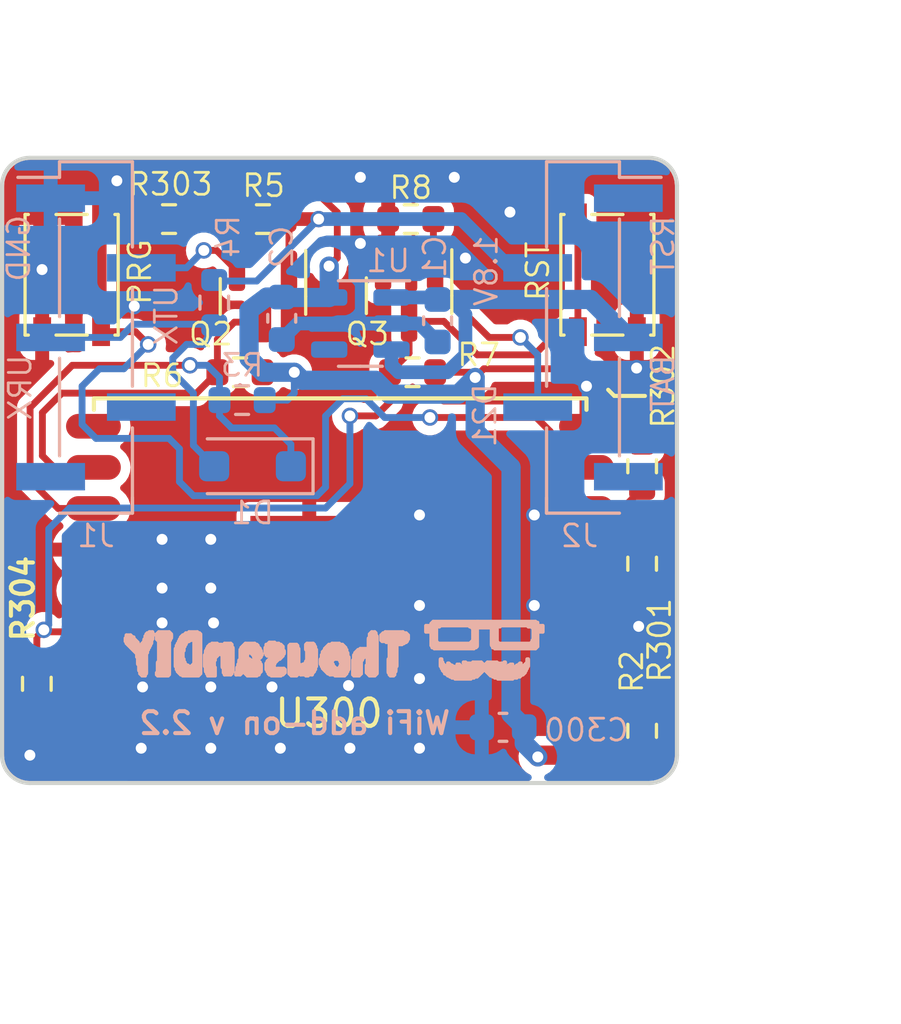
<source format=kicad_pcb>
(kicad_pcb (version 20221018) (generator pcbnew)
  (title_block (title "SPRESENSE ESP8266 DeepSleep") (date "2025-04-05") (rev "v2.2"))
  (layers (0 "F.Cu" signal) (31 "B.Cu" signal) (34 "B.Paste" user) (35 "F.Paste" user) (36 "B.SilkS" user "B.Silkscreen") (37 "F.SilkS" user "F.Silkscreen") (38 "B.Mask" user) (39 "F.Mask" user) (44 "Edge.Cuts" user))
  (net 0 "")
  (net 1 "+3V3")
  (net 2 "GND")
  (net 3 "RXD")
  (net 4 "TXD")
  (net 7 "/UART2_TX")
  (net 8 "/UART2_RX")
  (net 9 "BAT_VDD")
  (net 11 "+1V8")
  (net 12 "/D21")
  (net 14 "RST")
  (net 15 "Net-(U300-EN)")
  (net 16 "Net-(U300-GPIO0)")
  (net 17 "Net-(U300-GPIO15)")
  (net 18 "Net-(U300-GPIO2)")
  (net 26 "Net-(U300-GPIO16)")
  (footprint "Package_TO_SOT_SMD:SOT-23" (layer "F.Cu") (at 176.276 109.2477 -90)
    (fp_text reference "Q2" (at 1.3716 1.905) (layer "F.SilkS") (effects (font (size 0.8 0.8) (thickness 0.1))))
    (fp_text value "BSS138")
    (pad "1" smd roundrect (at -0.9375 -0.95 270) (size 1.475 0.6) (layers "F.Cu" "F.Paste" "F.Mask") (net 11 "+1V8"))
    (pad "2" smd roundrect (at -0.9375 0.95 270) (size 1.475 0.6) (layers "F.Cu" "F.Paste" "F.Mask") (net 7 "/UART2_TX"))
    (pad "3" smd roundrect (at 0.9375 0 270) (size 1.475 0.6) (layers "F.Cu" "F.Paste" "F.Mask") (net 4 "TXD"))
  )
  (footprint "Button_Switch_SMD:SW_SPST_PTS810" (layer "F.Cu") (at 169.291 108.458 90)
    (fp_text reference "SW2" hide)
    (fp_text value "PRG")
    (pad "1" smd rect (at -2.075 -1.075 90) (size 1.05 0.65) (layers "F.Cu" "F.Paste" "F.Mask") (net 2 "GND"))
    (pad "1" smd rect (at 2.075 -1.075 90) (size 1.05 0.65) (layers "F.Cu" "F.Paste" "F.Mask") (net 2 "GND"))
    (pad "2" smd rect (at -2.075 1.075 90) (size 1.05 0.65) (layers "F.Cu" "F.Paste" "F.Mask") (net 16 "Net-(U300-GPIO0)"))
    (pad "2" smd rect (at 2.075 1.075 90) (size 1.05 0.65) (layers "F.Cu" "F.Paste" "F.Mask") (net 16 "Net-(U300-GPIO0)"))
  )
  (footprint "Resistor_SMD:R_0603_1608Metric" (layer "F.Cu") (at 190.119 125.095 90)
    (fp_text reference "R2" (at 2.159 -0.381 90) (layer "F.SilkS") (effects (font (size 0.8 0.8) (thickness 0.1))))
    (fp_text value "10k")
    (pad "1" smd roundrect (at -0.825 0 90) (size 0.8 0.95) (layers "F.Cu" "F.Paste" "F.Mask") (net 1 "+3V3"))
    (pad "2" smd roundrect (at 0.825 0 90) (size 0.8 0.95) (layers "F.Cu" "F.Paste" "F.Mask") (net 15 "Net-(U300-EN)"))
  )
  (footprint "Package_TO_SOT_SMD:SOT-23" (layer "F.Cu") (at 181.61 109.22 -90)
    (fp_text reference "Q3" (at 1.397 1.524) (layer "F.SilkS") (effects (font (size 0.8 0.8) (thickness 0.1))))
    (fp_text value "BSS138")
    (pad "1" smd roundrect (at -0.9375 -0.95 270) (size 1.475 0.6) (layers "F.Cu" "F.Paste" "F.Mask") (net 12 "/D21"))
    (pad "2" smd roundrect (at -0.9375 0.95 270) (size 1.475 0.6) (layers "F.Cu" "F.Paste" "F.Mask") (net 2 "GND"))
    (pad "3" smd roundrect (at 0.9375 0 270) (size 1.475 0.6) (layers "F.Cu" "F.Paste" "F.Mask") (net 14 "RST"))
  )
  (footprint "Resistor_SMD:R_0603_1608Metric" (layer "F.Cu") (at 190.119 118.999 -90)
    (fp_text reference "R301" (at 2.794 -0.635 90) (layer "F.SilkS") (effects (font (size 0.8 0.8) (thickness 0.1))))
    (fp_text value "10K")
    (pad "1" smd roundrect (at -0.825 0 270) (size 0.8 0.95) (layers "F.Cu" "F.Paste" "F.Mask") (net 17 "Net-(U300-GPIO15)"))
    (pad "2" smd roundrect (at 0.825 0 270) (size 0.8 0.95) (layers "F.Cu" "F.Paste" "F.Mask") (net 2 "GND"))
  )
  (footprint "Resistor_SMD:R_0603_1608Metric" (layer "F.Cu") (at 181.673 106.426)
    (fp_text reference "R8" (at 0 -1.143) (layer "F.SilkS") (effects (font (size 0.8 0.8) (thickness 0.1))))
    (fp_text value "10k")
    (pad "1" smd roundrect (at -0.825 0) (size 0.8 0.95) (layers "F.Cu" "F.Paste" "F.Mask") (net 2 "GND"))
    (pad "2" smd roundrect (at 0.825 0) (size 0.8 0.95) (layers "F.Cu" "F.Paste" "F.Mask") (net 12 "/D21"))
  )
  (footprint "Resistor_SMD:R_0603_1608Metric" (layer "F.Cu") (at 176.276 106.426)
    (fp_text reference "R5" (at 0.0254 -1.2192) (layer "F.SilkS") (effects (font (size 0.8 0.8) (thickness 0.1))))
    (fp_text value "10k")
    (pad "1" smd roundrect (at -0.825 0) (size 0.8 0.95) (layers "F.Cu" "F.Paste" "F.Mask") (net 7 "/UART2_TX"))
    (pad "2" smd roundrect (at 0.825 0) (size 0.8 0.95) (layers "F.Cu" "F.Paste" "F.Mask") (net 11 "+1V8"))
  )
  (footprint "Resistor_SMD:R_0603_1608Metric" (layer "F.Cu") (at 175.4378 112.014)
    (fp_text reference "R6" (at -2.8448 0.127) (layer "F.SilkS") (effects (font (size 0.8 0.8) (thickness 0.1))))
    (fp_text value "10k")
    (pad "1" smd roundrect (at -0.825 0) (size 0.8 0.95) (layers "F.Cu" "F.Paste" "F.Mask") (net 4 "TXD"))
    (pad "2" smd roundrect (at 0.825 0) (size 0.8 0.95) (layers "F.Cu" "F.Paste" "F.Mask") (net 1 "+3V3"))
  )
  (footprint "Resistor_SMD:R_0603_1608Metric" (layer "F.Cu") (at 172.847 106.426)
    (fp_text reference "R303" (at 0.0508 -1.27) (layer "F.SilkS") (effects (font (size 0.8 0.8) (thickness 0.1))))
    (fp_text value "10k")
    (pad "1" smd roundrect (at -0.825 0) (size 0.8 0.95) (layers "F.Cu" "F.Paste" "F.Mask") (net 16 "Net-(U300-GPIO0)"))
    (pad "2" smd roundrect (at 0.825 0) (size 0.8 0.95) (layers "F.Cu" "F.Paste" "F.Mask") (net 1 "+3V3"))
  )
  (footprint "Button_Switch_SMD:SW_SPST_PTS810" (layer "F.Cu") (at 188.849 108.458 -90)
    (fp_text reference "SW1" hide)
    (fp_text value "RESET")
    (pad "1" smd rect (at -2.075 -1.075 270) (size 1.05 0.65) (layers "F.Cu" "F.Paste" "F.Mask") (net 2 "GND"))
    (pad "1" smd rect (at 2.075 -1.075 270) (size 1.05 0.65) (layers "F.Cu" "F.Paste" "F.Mask") (net 2 "GND"))
    (pad "2" smd rect (at -2.075 1.075 270) (size 1.05 0.65) (layers "F.Cu" "F.Paste" "F.Mask") (net 14 "RST"))
    (pad "2" smd rect (at 2.075 1.075 270) (size 1.05 0.65) (layers "F.Cu" "F.Paste" "F.Mask") (net 14 "RST"))
  )
  (footprint "Resistor_SMD:R_0603_1608Metric" (layer "F.Cu") (at 190.119 115.443 -90)
    (fp_text reference "R302" (at -2.921 -0.762 90) (layer "F.SilkS") (effects (font (size 0.8 0.8) (thickness 0.1))))
    (fp_text value "10K")
    (pad "1" smd roundrect (at -0.825 0 270) (size 0.8 0.95) (layers "F.Cu" "F.Paste" "F.Mask") (net 1 "+3V3"))
    (pad "2" smd roundrect (at 0.825 0 270) (size 0.8 0.95) (layers "F.Cu" "F.Paste" "F.Mask") (net 18 "Net-(U300-GPIO2)"))
  )
  (footprint "footprint:ESP-13-WROOM-02_2" (layer "F.Cu") (at 188.087 125.984 180)
    (fp_text reference "U300" (at 9.398 1.524) (layer "F.SilkS"))
    (fp_text value "ESP-WROOM-02")
    (pad "1" smd rect (at 0 0 180) (size 2 0.9) (layers "F.Cu" "F.Paste" "F.Mask") (net 1 "+3V3"))
    (pad "2" smd oval (at 0 1.5 180) (size 2 0.9) (layers "F.Cu" "F.Paste" "F.Mask") (net 15 "Net-(U300-EN)"))
    (pad "3" smd oval (at 0 3 180) (size 2 0.9) (layers "F.Cu" "F.Paste" "F.Mask"))
    (pad "4" smd oval (at 0 4.5 180) (size 2 0.9) (layers "F.Cu" "F.Paste" "F.Mask"))
    (pad "5" smd oval (at 0 6 180) (size 2 0.9) (layers "F.Cu" "F.Paste" "F.Mask"))
    (pad "6" smd oval (at 0 7.5 180) (size 2 0.9) (layers "F.Cu" "F.Paste" "F.Mask") (net 17 "Net-(U300-GPIO15)"))
    (pad "7" smd oval (at 0 9 180) (size 2 0.9) (layers "F.Cu" "F.Paste" "F.Mask") (net 18 "Net-(U300-GPIO2)"))
    (pad "8" smd oval (at 0 10.5 180) (size 2 0.9) (layers "F.Cu" "F.Paste" "F.Mask") (net 16 "Net-(U300-GPIO0)"))
    (pad "9" smd oval (at 0 12 180) (size 2 0.9) (layers "F.Cu" "F.Paste" "F.Mask") (net 2 "GND"))
    (pad "10" smd oval (at 18 12 180) (size 2 0.9) (layers "F.Cu" "F.Paste" "F.Mask"))
    (pad "11" smd oval (at 18 10.5 180) (size 2 0.9) (layers "F.Cu" "F.Paste" "F.Mask") (net 4 "TXD"))
    (pad "12" smd oval (at 18 9 180) (size 2 0.9) (layers "F.Cu" "F.Paste" "F.Mask") (net 3 "RXD"))
    (pad "13" smd oval (at 18 7.5 180) (size 2 0.9) (layers "F.Cu" "F.Paste" "F.Mask") (net 2 "GND"))
    (pad "14" smd oval (at 18 6 180) (size 2 0.9) (layers "F.Cu" "F.Paste" "F.Mask"))
    (pad "15" smd oval (at 18 4.5 180) (size 2 0.9) (layers "F.Cu" "F.Paste" "F.Mask") (net 14 "RST"))
    (pad "16" smd oval (at 18 3 180) (size 2 0.9) (layers "F.Cu" "F.Paste" "F.Mask"))
    (pad "17" smd oval (at 18 1.5 180) (size 2 0.9) (layers "F.Cu" "F.Paste" "F.Mask") (net 26 "Net-(U300-GPIO16)"))
    (pad "18" smd oval (at 18 0 180) (size 2 0.9) (layers "F.Cu" "F.Paste" "F.Mask") (net 2 "GND"))
    (pad "PAD" smd rect (at 10.12 6.58 180) (size 4.3 4.3) (layers "F.Cu" "F.Paste" "F.Mask") (net 2 "GND"))
  )
  (footprint "Resistor_SMD:R_0603_1608Metric" (layer "F.Cu") (at 181.737 112.014)
    (fp_text reference "R7" (at 2.413 -0.635) (layer "F.SilkS") (effects (font (size 0.8 0.8) (thickness 0.1))))
    (fp_text value "10k")
    (pad "1" smd roundrect (at -0.825 0) (size 0.8 0.95) (layers "F.Cu" "F.Paste" "F.Mask") (net 14 "RST"))
    (pad "2" smd roundrect (at 0.825 0) (size 0.8 0.95) (layers "F.Cu" "F.Paste" "F.Mask") (net 1 "+3V3"))
  )
  (footprint "Resistor_SMD:R_0603_1608Metric" (layer "F.Cu") (at 168.021 123.38 90)
    (fp_text reference "R304" (at 3.111 -0.508 90) (layer "F.SilkS") (effects (font (size 0.8 0.8))))
    (fp_text value "1k")
    (pad "1" smd roundrect (at -0.825 0 90) (size 0.8 0.95) (layers "F.Cu" "F.Paste" "F.Mask") (net 26 "Net-(U300-GPIO16)"))
    (pad "2" smd roundrect (at 0.825 0 90) (size 0.8 0.95) (layers "F.Cu" "F.Paste" "F.Mask") (net 14 "RST"))
  )
  (footprint "Connector_PinHeader_2.54mm:PinHeader_1x05_P2.54mm_Vertical_SMD_Pin1Left" (layer "B.Cu") (at 187.96 110.744 180)
    (fp_text reference "J2" (at 0.127 -7.239) (layer "B.SilkS") (effects (font (size 0.8 0.8) (thickness 0.1)) (justify mirror)))
    (fp_text value "JP2")
    (pad "1" smd rect (at -1.655 5.08 180) (size 2.51 1) (layers "B.Cu" "B.Paste" "B.Mask"))
    (pad "2" smd rect (at 1.655 2.54 180) (size 2.51 1) (layers "B.Cu" "B.Paste" "B.Mask") (net 11 "+1V8"))
    (pad "3" smd rect (at -1.655 0 180) (size 2.51 1) (layers "B.Cu" "B.Paste" "B.Mask") (net 9 "BAT_VDD"))
    (pad "4" smd rect (at 1.655 -2.54 180) (size 2.51 1) (layers "B.Cu" "B.Paste" "B.Mask") (net 12 "/D21"))
    (pad "5" smd rect (at -1.655 -5.08 180) (size 2.51 1) (layers "B.Cu" "B.Paste" "B.Mask"))
  )
  (footprint "Capacitor_SMD:C_0603_1608Metric" (layer "B.Cu") (at 185.039 124.968 180)
    (fp_text reference "C300" (at -3.048 -0.1016 180) (layer "B.SilkS") (effects (font (size 0.8 0.8) (thickness 0.1)) (justify mirror)))
    (fp_text value "0.1u")
    (pad "1" smd roundrect (at -0.775 0 180) (size 0.9 0.95) (layers "B.Cu" "B.Paste" "B.Mask") (net 1 "+3V3"))
    (pad "2" smd roundrect (at 0.775 0 180) (size 0.9 0.95) (layers "B.Cu" "B.Paste" "B.Mask") (net 2 "GND"))
  )
  (footprint "Connector_PinHeader_2.54mm:PinHeader_1x05_P2.54mm_Vertical_SMD_Pin1Right" (layer "B.Cu") (at 170.18 110.744 180)
    (fp_text reference "J1" (at 0 -7.239) (layer "B.SilkS") (effects (font (size 0.8 0.8) (thickness 0.1)) (justify mirror)))
    (fp_text value "JP1")
    (pad "1" smd rect (at 1.655 5.08 180) (size 2.51 1) (layers "B.Cu" "B.Paste" "B.Mask") (net 2 "GND"))
    (pad "2" smd rect (at -1.655 2.54 180) (size 2.51 1) (layers "B.Cu" "B.Paste" "B.Mask") (net 7 "/UART2_TX"))
    (pad "3" smd rect (at 1.655 0 180) (size 2.51 1) (layers "B.Cu" "B.Paste" "B.Mask") (net 8 "/UART2_RX"))
    (pad "4" smd rect (at -1.655 -2.54 180) (size 2.51 1) (layers "B.Cu" "B.Paste" "B.Mask"))
    (pad "5" smd rect (at 1.655 -5.08 180) (size 2.51 1) (layers "B.Cu" "B.Paste" "B.Mask"))
  )
  (footprint "Capacitor_SMD:C_0603_1608Metric" (layer "B.Cu") (at 176.9618 110.0455 -90)
    (fp_text reference "C2" (at -2.6035 0 90) (layer "B.SilkS") (effects (font (size 0.8 0.8) (thickness 0.1)) (justify mirror)))
    (fp_text value "10u")
    (pad "1" smd roundrect (at -0.775 0 270) (size 0.9 0.95) (layers "B.Cu" "B.Paste" "B.Mask") (net 1 "+3V3"))
    (pad "2" smd roundrect (at 0.775 0 270) (size 0.9 0.95) (layers "B.Cu" "B.Paste" "B.Mask") (net 2 "GND"))
  )
  (footprint "Diode_SMD:D_SOD-123F" (layer "B.Cu") (at 175.895 115.443 180)
    (fp_text reference "D1" (at 0 -1.7018 180) (layer "B.SilkS") (effects (font (size 0.8 0.8) (thickness 0.1)) (justify mirror)))
    (fp_text value "SD103AW")
    (pad "1" smd roundrect (at -1.4 0 180) (size 1.1 1.1) (layers "B.Cu" "B.Paste" "B.Mask") (roundrect_rratio 0.2272727273) (net 3 "RXD"))
    (pad "2" smd roundrect (at 1.4 0 180) (size 1.1 1.1) (layers "B.Cu" "B.Paste" "B.Mask") (roundrect_rratio 0.2272727273) (net 8 "/UART2_RX"))
  )
  (footprint "Capacitor_SMD:C_0603_1608Metric" (layer "B.Cu") (at 182.6514 110.1344 -90)
    (fp_text reference "C1" (at -2.3368 0.1016 90) (layer "B.SilkS") (effects (font (size 0.8 0.8) (thickness 0.1)) (justify mirror)))
    (fp_text value "10u")
    (pad "1" smd roundrect (at -0.775 0 270) (size 0.9 0.95) (layers "B.Cu" "B.Paste" "B.Mask") (net 9 "BAT_VDD"))
    (pad "2" smd roundrect (at 0.775 0 270) (size 0.9 0.95) (layers "B.Cu" "B.Paste" "B.Mask") (net 2 "GND"))
  )
  (footprint "Resistor_SMD:R_0603_1608Metric" (layer "B.Cu") (at 174.498 109.474 -90)
    (fp_text reference "R4" (at -2.413 -0.508 90) (layer "B.SilkS") (effects (font (size 0.8 0.8) (thickness 0.1)) (justify mirror)))
    (fp_text value "10k")
    (pad "1" smd roundrect (at -0.825 0 270) (size 0.8 0.95) (layers "B.Cu" "B.Paste" "B.Mask") (net 11 "+1V8"))
    (pad "2" smd roundrect (at 0.825 0 270) (size 0.8 0.95) (layers "B.Cu" "B.Paste" "B.Mask") (net 8 "/UART2_RX"))
  )
  (footprint "Resistor_SMD:R_0603_1608Metric" (layer "B.Cu") (at 175.514 113.03 180)
    (fp_text reference "R3" (at 0 1.27) (layer "B.SilkS") (effects (font (size 0.8 0.8) (thickness 0.1)) (justify mirror)))
    (fp_text value "10k")
    (pad "1" smd roundrect (at -0.825 0 180) (size 0.8 0.95) (layers "B.Cu" "B.Paste" "B.Mask") (net 1 "+3V3"))
    (pad "2" smd roundrect (at 0.825 0 180) (size 0.8 0.95) (layers "B.Cu" "B.Paste" "B.Mask") (net 3 "RXD"))
  )
  (footprint "Package_TO_SOT_SMD:SOT-23-5" (layer "B.Cu") (at 179.832 110.236 180)
    (fp_text reference "U1" (at -1.016 2.286 180) (layer "B.SilkS") (effects (font (size 0.8 0.8) (thickness 0.1)) (justify mirror)))
    (fp_text value "MIC5219-3.3YM5-TR")
    (pad "1" smd roundrect (at -1.1375 0.95 180) (size 1.325 0.6) (layers "B.Cu" "B.Paste" "B.Mask") (net 9 "BAT_VDD"))
    (pad "2" smd roundrect (at -1.1375 0 180) (size 1.325 0.6) (layers "B.Cu" "B.Paste" "B.Mask") (net 2 "GND"))
    (pad "3" smd roundrect (at -1.1375 -0.95 180) (size 1.325 0.6) (layers "B.Cu" "B.Paste" "B.Mask") (net 9 "BAT_VDD"))
    (pad "4" smd roundrect (at 1.1375 -0.95 180) (size 1.325 0.6) (layers "B.Cu" "B.Paste" "B.Mask"))
    (pad "5" smd roundrect (at 1.1375 0.95 180) (size 1.325 0.6) (layers "B.Cu" "B.Paste" "B.Mask") (net 1 "+3V3"))
  )
  (footprint "footprint:TDIY-LOGO-S" (layer "B.Cu") (at 186.85329 123.56284 180)
    (fp_text reference "ref**" hide)
    (fp_text value "val**" hide)
  )
  (gr_line (start 190.2206 112.8776) (end 189.103 112.8776) (stroke (width 0.15)) (layer "F.SilkS"))
  (gr_line (start 189.103 112.8776) (end 188.878531 112.653131) (stroke (width 0.15)) (layer "F.SilkS"))
  (gr_arc (start 166.751 105.2068) (mid 167.04858 104.48838) (end 167.767 104.1908) (stroke (width 0.15)) (layer "Edge.Cuts"))
  (gr_arc (start 191.389 125.984) (mid 191.09142 126.70242) (end 190.373 127) (stroke (width 0.15)) (layer "Edge.Cuts"))
  (gr_line (start 166.751 125.984) (end 166.751 105.2068) (stroke (width 0.15)) (layer "Edge.Cuts"))
  (gr_line (start 167.767 104.1908) (end 190.373 104.1908) (stroke (width 0.15)) (layer "Edge.Cuts"))
  (gr_line (start 190.373 127) (end 167.767 127) (stroke (width 0.15)) (layer "Edge.Cuts"))
  (gr_arc (start 190.373 104.1908) (mid 191.09142 104.48838) (end 191.389 105.2068) (stroke (width 0.15)) (layer "Edge.Cuts"))
  (gr_arc (start 167.767 127) (mid 167.04858 126.70242) (end 166.751 125.984) (stroke (width 0.15)) (layer "Edge.Cuts"))
  (gr_line (start 191.389 105.2068) (end 191.389 125.984) (stroke (width 0.15)) (layer "Edge.Cuts"))
  (gr_text "RST" (at 190.881 107.3912 90) (layer "B.SilkS") (effects (font (size 0.8 0.8) (thickness 0.1)) (justify mirror)))
  (gr_text "1.8V" (at 184.4294 108.3056 90) (layer "B.SilkS") (effects (font (size 0.8 0.8) (thickness 0.1)) (justify mirror)))
  (gr_text "WiFi add-on v 2.2" (at 171.6786 124.8156) (layer "B.SilkS") (effects (font (size 0.8 0.8) (thickness 0.15) bold) (justify right mirror)))
  (gr_text "D21" (at 184.3786 113.5888 90) (layer "B.SilkS") (effects (font (size 0.8 0.8) (thickness 0.1)) (justify mirror)))
  (gr_text "URX" (at 167.4114 112.5728 90) (layer "B.SilkS") (effects (font (size 0.8 0.8) (thickness 0.1)) (justify mirror)))
  (gr_text "BAT" (at 190.881 112.4204 90) (layer "B.SilkS") (effects (font (size 0.8 0.8) (thickness 0.1)) (justify mirror)))
  (gr_text "GND" (at 167.3606 107.4928 90) (layer "B.SilkS") (effects (font (size 0.8 0.8) (thickness 0.1)) (justify mirror)))
  (gr_text "UTX" (at 172.7454 109.9312 90) (layer "B.SilkS") (effects (font (size 0.8 0.8) (thickness 0.1)) (justify mirror)))
  (gr_text "PRG" (at 171.7802 108.3564 90) (layer "F.SilkS") (effects (font (size 0.8 0.8) (thickness 0.1))))
  (gr_text "RST" (at 186.309 108.331 90) (layer "F.SilkS") (effects (font (size 0.8 0.8) (thickness 0.1))))
  (segment (start 177.419 112.014) (end 176.4285 112.014) (width 0.25) (layer "F.Cu") (net 1))
  (segment (start 190.119 114.618) (end 190.119 113.670116) (width 0.25) (layer "F.Cu") (net 1))
  (segment (start 186.3725 125.984) (end 186.309 126.0475) (width 0.7) (layer "F.Cu") (net 1))
  (segment (start 190.119 125.92) (end 188.151 125.92) (width 0.25) (layer "F.Cu") (net 1))
  (segment (start 188.335884 111.887) (end 184.3405 111.887) (width 0.25) (layer "F.Cu") (net 1))
  (segment (start 178.988999 106.181997) (end 178.988999 107.840501) (width 0.25) (layer "F.Cu") (net 1))
  (segment (start 190.119 113.670116) (end 188.335884 111.887) (width 0.25) (layer "F.Cu") (net 1))
  (segment (start 184.3405 111.887) (end 184.023 112.2045) (width 0.25) (layer "F.Cu") (net 1))
  (segment (start 183.8325 112.014) (end 184.023 112.2045) (width 0.25) (layer "F.Cu") (net 1))
  (segment (start 178.308 105.537) (end 178.988999 106.181997) (width 0.25) (layer "F.Cu") (net 1))
  (segment (start 173.6345 106.426) (end 174.498 105.537) (width 0.25) (layer "F.Cu") (net 1))
  (segment (start 178.988999 107.840501) (end 178.689 108.1405) (width 0.25) (layer "F.Cu") (net 1))
  (segment (start 188.151 125.92) (end 188.087 125.984) (width 0.25) (layer "F.Cu") (net 1))
  (segment (start 188.087 125.984) (end 186.3725 125.984) (width 0.7) (layer "F.Cu") (net 1))
  (segment (start 174.498 105.537) (end 178.308 105.537) (width 0.25) (layer "F.Cu") (net 1))
  (segment (start 182.562 112.014) (end 183.8325 112.014) (width 0.25) (layer "F.Cu") (net 1))
  (via (at 177.419 112.014) (size 0.6) (drill 0.4) (layers "F.Cu" "B.Cu") (net 1))
  (via (at 186.309 126.0475) (size 0.6) (drill 0.4) (layers "F.Cu" "B.Cu") (net 1))
  (via (at 178.689 108.1405) (size 0.6) (drill 0.4) (layers "F.Cu" "B.Cu") (net 1))
  (via (at 184.023 112.2045) (size 0.6) (drill 0.4) (layers "F.Cu" "B.Cu") (net 1))
  (segment (start 177.419 112.776) (end 177.165 113.03) (width 0.25) (layer "B.Cu") (net 1))
  (segment (start 177.165 113.03) (end 176.3015 113.03) (width 0.25) (layer "B.Cu") (net 1))
  (segment (start 177.419 112.014) (end 177.419 112.776) (width 0.25) (layer "B.Cu") (net 1))
  (segment (start 175.768 111.506) (end 175.768 109.751794) (width 0.7) (layer "B.Cu") (net 1))
  (segment (start 185.332 124.486) (end 185.814 124.968) (width 0.7) (layer "B.Cu") (net 1))
  (segment (start 175.768 109.751794) (end 176.418094 109.2705) (width 0.7) (layer "B.Cu") (net 1))
  (segment (start 185.814 124.968) (end 185.814 125.5525) (width 0.7) (layer "B.Cu") (net 1))
  (segment (start 176.9773 109.286) (end 176.9618 109.2705) (width 0.7) (layer "B.Cu") (net 1))
  (segment (start 178.6945 108.146) (end 178.689 108.1405) (width 0.7) (layer "B.Cu") (net 1))
  (segment (start 177.419 112.014) (end 177.712 112.307) (width 0.7) (layer "B.Cu") (net 1))
  (segment (start 176.9618 109.2705) (end 176.9368 109.2705) (width 0.7) (layer "B.Cu") (net 1))
  (segment (start 180.886 112.814) (end 183.4135 112.814) (width 0.7) (layer "B.Cu") (net 1))
  (segment (start 177.712 112.307) (end 180.379 112.307) (width 0.7) (layer "B.Cu") (net 1))
  (segment (start 185.814 125.5525) (end 186.309 126.0475) (width 0.7) (layer "B.Cu") (net 1))
  (segment (start 183.4135 112.814) (end 184.023 112.2045) (width 0.7) (layer "B.Cu") (net 1))
  (segment (start 177.419 112.014) (end 176.276 112.014) (width 0.7) (layer "B.Cu") (net 1))
  (segment (start 178.6945 109.286) (end 176.9773 109.286) (width 0.7) (layer "B.Cu") (net 1))
  (segment (start 176.418094 109.2705) (end 176.9618 109.2705) (width 0.7) (layer "B.Cu") (net 1))
  (segment (start 180.379 112.307) (end 180.886 112.814) (width 0.7) (layer "B.Cu") (net 1))
  (segment (start 178.6945 109.286) (end 178.6945 108.146) (width 0.7) (layer "B.Cu") (net 1))
  (segment (start 184.023 114.173) (end 185.332 115.482) (width 0.7) (layer "B.Cu") (net 1))
  (segment (start 184.023 112.2045) (end 184.023 114.173) (width 0.7) (layer "B.Cu") (net 1))
  (segment (start 185.332 115.482) (end 185.332 124.486) (width 0.7) (layer "B.Cu") (net 1))
  (segment (start 176.276 112.014) (end 175.768 111.506) (width 0.7) (layer "B.Cu") (net 1))
  (segment (start 189.8445 106.383) (end 189.924 106.383) (width 0.5) (layer "F.Cu") (net 2))
  (segment (start 168.216 108.2675) (end 168.2115 108.2675) (width 0.25) (layer "F.Cu") (net 2))
  (segment (start 168.2115 108.2675) (end 168.216 108.2675) (width 0.25) (layer "F.Cu") (net 2))
  (segment (start 189.9158 110.5248) (end 189.924 110.533) (width 0.25) (layer "F.Cu") (net 2))
  (segment (start 177.943 119.38) (end 177.967 119.404) (width 0.5) (layer "F.Cu") (net 2))
  (segment (start 168.2115 108.2675) (end 168.216 108.2675) (width 0.25) (layer "F.Cu") (net 2))
  (segment (start 189.924 111.8534) (end 189.9158 111.8616) (width 0.25) (layer "F.Cu") (net 2))
  (segment (start 180.658 106.426) (end 180.658 106.489) (width 0.25) (layer "F.Cu") (net 2))
  (segment (start 189.924 106.383) (end 189.924 110.533) (width 0.5) (layer "F.Cu") (net 2))
  (segment (start 186.182 120.523) (end 181.991 120.523) (width 0.25) (layer "F.Cu") (net 2))
  (segment (start 189.924 110.533) (end 189.924 111.8534) (width 0.25) (layer "F.Cu") (net 2))
  (segment (start 180.533 108.4095) (end 180.533 108.016) (width 0.7) (layer "F.Cu") (net 2))
  (segment (start 186.182 120.523) (end 186.182 117.221) (width 0.25) (layer "F.Cu") (net 2))
  (segment (start 190.119 121.158) (end 189.992 121.285) (width 0.25) (layer "F.Cu") (net 2))
  (segment (start 180.533 108.016) (end 179.832 107.315) (width 0.7) (layer "F.Cu") (net 2))
  (segment (start 186.182 117.221) (end 181.991 117.221) (width 0.25) (layer "F.Cu") (net 2))
  (segment (start 188.087 113.984) (end 188.087 112.522) (width 0.25) (layer "F.Cu") (net 2))
  (segment (start 190.119 119.824) (end 190.119 121.158) (width 0.25) (layer "F.Cu") (net 2))
  (via (at 181.991 125.73) (size 0.6) (drill 0.4) (layers "F.Cu" "B.Cu") (net 2))
  (via (at 172.593 119.888) (size 0.6) (drill 0.4) (layers "F.Cu" "B.Cu") (net 2))
  (via (at 179.451 125.73) (size 0.6) (drill 0.4) (layers "F.Cu" "B.Cu") (net 2))
  (via (at 176.911 125.73) (size 0.6) (drill 0.4) (layers "F.Cu" "B.Cu") (net 2))
  (via (at 174.371 125.73) (size 0.6) (drill 0.4) (layers "F.Cu" "B.Cu") (net 2))
  (via (at 181.991 123.19) (size 0.6) (drill 0.4) (layers "F.Cu" "B.Cu") (net 2))
  (via (at 167.767 125.984) (size 0.6) (drill 0.4) (layers "F.Cu" "B.Cu") (net 2))
  (via (at 171.577 109.601) (size 0.6) (drill 0.4) (layers "F.Cu" "B.Cu") (net 2))
  (via (at 171.831 125.73) (size 0.6) (drill 0.4) (layers "F.Cu" "B.Cu") (net 2))
  (via (at 189.992 121.285) (size 0.6) (drill 0.4) (layers "F.Cu" "B.Cu") (net 2))
  (via (at 172.593 118.11) (size 0.6) (drill 0.4) (layers "F.Cu" "B.Cu") (net 2))
  (via (at 181.991 120.523) (size 0.6) (drill 0.4) (layers "F.Cu" "B.Cu") (net 2))
  (via (at 179.4002 123.444) (size 0.6) (drill 0.4) (layers "F.Cu" "B.Cu") (net 2))
  (via (at 176.6062 123.4948) (size 0.6) (drill 0.4) (layers "F.Cu" "B.Cu") (net 2))
  (via (at 179.832 104.902) (size 0.6) (drill 0.4) (layers "F.Cu" "B.Cu") (net 2))
  (via (at 183.6674 107.8484) (size 0.6) (drill 0.4) (layers "F.Cu" "B.Cu") (net 2))
  (via (at 185.293 106.172) (size 0.6) (drill 0.4) (layers "F.Cu" "B.Cu") (net 2))
  (via (at 189.9158 111.8616) (size 0.6) (drill 0.4) (layers "F.Cu" "B.Cu") (net 2))
  (via (at 168.2115 108.2675) (size 0.6) (drill 0.4) (layers "F.Cu" "B.Cu") (net 2))
  (via (at 188.087 112.522) (size 0.6) (drill 0.4) (layers "F.Cu" "B.Cu") (net 2))
  (via (at 179.832 107.315) (size 0.6) (drill 0.4) (layers "F.Cu" "B.Cu") (net 2))
  (via (at 186.182 117.221) (size 0.6) (drill 0.4) (layers "F.Cu" "B.Cu") (net 2))
  (via (at 170.942 105.029) (size 0.6) (drill 0.4) (layers "F.Cu" "B.Cu") (net 2))
  (via (at 181.991 117.221) (size 0.6) (drill 0.4) (layers "F.Cu" "B.Cu") (net 2))
  (via (at 174.371 119.888) (size 0.6) (drill 0.4) (layers "F.Cu" "B.Cu") (net 2))
  (via (at 174.371 118.11) (size 0.6) (drill 0.4) (layers "F.Cu" "B.Cu") (net 2))
  (via (at 172.593 121.158) (size 0.6) (drill 0.4) (layers "F.Cu" "B.Cu") (net 2))
  (via (at 183.261 104.902) (size 0.6) (drill 0.4) (layers "F.Cu" "B.Cu") (net 2))
  (via (at 174.371 123.4948) (size 0.6) (drill 0.4) (layers "F.Cu" "B.Cu") (net 2))
  (via (at 171.8818 123.4948) (size 0.6) (drill 0.4) (layers "F.Cu" "B.Cu") (net 2))
  (via (at 186.182 120.523) (size 0.6) (drill 0.4) (layers "F.Cu" "B.Cu") (net 2))
  (via (at 174.4726 121.158) (size 0.6) (drill 0.4) (layers "F.Cu" "B.Cu") (net 2))
  (segment (start 181.978 110.236) (end 180.9695 110.236) (width 0.5) (layer "B.Cu") (net 2))
  (segment (start 179.832 110.0074) (end 179.6034 110.236) (width 0.4) (layer "B.Cu") (net 2))
  (segment (start 186.944 121.285) (end 186.182 120.523) (width 0.25) (layer "B.Cu") (net 2))
  (segment (start 182.6514 110.9094) (end 181.978 110.236) (width 0.5) (layer "B.Cu") (net 2))
  (segment (start 189.992 121.285) (end 186.944 121.285) (width 0.25) (layer "B.Cu") (net 2))
  (segment (start 177.5463 110.236) (end 176.9618 110.8205) (width 0.5) (layer "B.Cu") (net 2))
  (segment (start 179.6034 110.236) (end 177.5463 110.236) (width 0.5) (layer "B.Cu") (net 2))
  (segment (start 179.832 107.315) (end 179.832 110.0074) (width 0.4) (layer "B.Cu") (net 2))
  (segment (start 180.9695 110.236) (end 179.6034 110.236) (width 0.5) (layer "B.Cu") (net 2))
  (segment (start 173.609 111.76) (end 169.315004 111.76) (width 0.25) (layer "F.Cu") (net 3))
  (segment (start 169.315004 111.76) (end 167.7742 113.300804) (width 0.25) (layer "F.Cu") (net 3))
  (segment (start 167.7742 115.9582) (end 168.8 116.984) (width 0.25) (layer "F.Cu") (net 3))
  (segment (start 168.8 116.984) (end 170.087 116.984) (width 0.25) (layer "F.Cu") (net 3))
  (segment (start 167.7742 113.300804) (end 167.7742 115.9582) (width 0.25) (layer "F.Cu") (net 3))
  (via (at 173.609 111.76) (size 0.6) (drill 0.4) (layers "F.Cu" "B.Cu") (net 3))
  (segment (start 176.698 114.046) (end 177.295 114.643) (width 0.25) (layer "B.Cu") (net 3))
  (segment (start 177.295 114.643) (end 177.295 115.443) (width 0.25) (layer "B.Cu") (net 3))
  (segment (start 174.689 112.205) (end 174.689 113.03) (width 0.25) (layer "B.Cu") (net 3))
  (segment (start 174.689 113.03) (end 174.689 113.602) (width 0.25) (layer "B.Cu") (net 3))
  (segment (start 175.133 114.046) (end 176.698 114.046) (width 0.25) (layer "B.Cu") (net 3))
  (segment (start 174.689 113.602) (end 175.133 114.046) (width 0.25) (layer "B.Cu") (net 3))
  (segment (start 174.244 111.76) (end 174.689 112.205) (width 0.25) (layer "B.Cu") (net 3))
  (segment (start 173.609 111.76) (end 174.244 111.76) (width 0.25) (layer "B.Cu") (net 3))
  (segment (start 168.9354 112.776) (end 168.2242 113.4872) (width 0.25) (layer "F.Cu") (net 4))
  (segment (start 175.2346 110.1852) (end 174.6128 110.807) (width 0.25) (layer "F.Cu") (net 4))
  (segment (start 176.276 110.1852) (end 175.2346 110.1852) (width 0.25) (layer "F.Cu") (net 4))
  (segment (start 173.8508 112.776) (end 168.9354 112.776) (width 0.25) (layer "F.Cu") (net 4))
  (segment (start 168.6462 115.484) (end 170.087 115.484) (width 0.25) (layer "F.Cu") (net 4))
  (segment (start 174.6128 110.807) (end 174.6128 112.014) (width 0.25) (layer "F.Cu") (net 4))
  (segment (start 168.2242 115.062) (end 168.6462 115.484) (width 0.25) (layer "F.Cu") (net 4))
  (segment (start 168.2242 113.4872) (end 168.2242 115.062) (width 0.25) (layer "F.Cu") (net 4))
  (segment (start 174.6128 112.014) (end 173.8508 112.776) (width 0.25) (layer "F.Cu") (net 4))
  (segment (start 175.326 106.626) (end 175.526 106.426) (width 0.25) (layer "F.Cu") (net 7))
  (segment (start 175.326 106.551) (end 175.451 106.426) (width 0.25) (layer "F.Cu") (net 7))
  (segment (start 174.117 107.569) (end 174.5848 107.569) (width 0.25) (layer "F.Cu") (net 7))
  (segment (start 174.5848 107.569) (end 175.326 108.3102) (width 0.25) (layer "F.Cu") (net 7))
  (segment (start 175.326 108.3102) (end 175.326 106.551) (width 0.25) (layer "F.Cu") (net 7))
  (via (at 174.117 107.569) (size 0.6) (drill 0.4) (layers "F.Cu" "B.Cu") (net 7))
  (segment (start 173.482 108.204) (end 171.835 108.204) (width 0.25) (layer "B.Cu") (net 7))
  (segment (start 174.117 107.569) (end 173.482 108.204) (width 0.25) (layer "B.Cu") (net 7))
  (segment (start 171.5515 110.2615) (end 171.069 110.744) (width 0.25) (layer "B.Cu") (net 8))
  (segment (start 174.498 110.2615) (end 171.5515 110.2615) (width 0.25) (layer "B.Cu") (net 8))
  (segment (start 171.069 110.744) (end 168.525 110.744) (width 0.25) (layer "B.Cu") (net 8))
  (segment (start 174.495 115.443) (end 173.736 114.681) (width 0.25) (layer "B.Cu") (net 8))
  (segment (start 172.984 112.018884) (end 172.984 111.501116) (width 0.25) (layer "B.Cu") (net 8))
  (segment (start 173.487116 110.998) (end 174.117 110.998) (width 0.25) (layer "B.Cu") (net 8))
  (segment (start 174.117 110.998) (end 174.498 110.299) (width 0.25) (layer "B.Cu") (net 8))
  (segment (start 173.736 114.681) (end 173.736 112.776) (width 0.25) (layer "B.Cu") (net 8))
  (segment (start 172.984 111.501116) (end 173.487116 110.998) (width 0.25) (layer "B.Cu") (net 8))
  (segment (start 173.736 112.776) (end 172.984 112.018884) (width 0.25) (layer "B.Cu") (net 8))
  (segment (start 182.6514 109.3594) (end 183.1216 109.3594) (width 0.5) (layer "B.Cu") (net 9))
  (segment (start 189.615 110.744) (end 188.2304 109.3594) (width 0.7) (layer "B.Cu") (net 9))
  (segment (start 182.578 109.286) (end 182.6514 109.3594) (width 0.5) (layer "B.Cu") (net 9))
  (segment (start 180.9695 111.7545) (end 180.9695 111.186) (width 0.5) (layer "B.Cu") (net 9))
  (segment (start 183.007 112.014) (end 181.229 112.014) (width 0.5) (layer "B.Cu") (net 9))
  (segment (start 188.2304 109.3594) (end 182.6514 109.3594) (width 0.7) (layer "B.Cu") (net 9))
  (segment (start 181.229 112.014) (end 180.9695 111.7545) (width 0.5) (layer "B.Cu") (net 9))
  (segment (start 183.1216 109.3594) (end 183.6674 109.9052) (width 0.5) (layer "B.Cu") (net 9))
  (segment (start 180.9695 109.286) (end 182.578 109.286) (width 0.5) (layer "B.Cu") (net 9))
  (segment (start 183.6674 111.379) (end 183.007 112.014) (width 0.5) (layer "B.Cu") (net 9))
  (segment (start 183.6674 109.9052) (end 183.6674 111.379) (width 0.5) (layer "B.Cu") (net 9))
  (segment (start 178.308 106.426) (end 177.026 106.426) (width 0.5) (layer "F.Cu") (net 11))
  (segment (start 177.226 106.626) (end 177.026 106.426) (width 0.25) (layer "F.Cu") (net 11))
  (segment (start 177.226 108.3102) (end 177.226 106.551) (width 0.25) (layer "F.Cu") (net 11))
  (segment (start 177.226 106.551) (end 177.101 106.426) (width 0.25) (layer "F.Cu") (net 11))
  (via (at 178.308 106.426) (size 0.6) (drill 0.4) (layers "F.Cu" "B.Cu") (net 11))
  (segment (start 183.515 106.426) (end 178.308 106.426) (width 0.5) (layer "B.Cu") (net 11))
  (segment (start 178.308 106.426) (end 176.0475 108.6865) (width 0.25) (layer "B.Cu") (net 11))
  (segment (start 176.0475 108.6865) (end 174.498 108.6865) (width 0.25) (layer "B.Cu") (net 11))
  (segment (start 185.293 108.204) (end 183.515 106.426) (width 0.5) (layer "B.Cu") (net 11))
  (segment (start 186.305 108.204) (end 185.293 108.204) (width 0.5) (layer "B.Cu") (net 11))
  (segment (start 182.56 108.773) (end 182.56 108.2825) (width 0.25) (layer "F.Cu") (net 12))
  (segment (start 182.498 108.2205) (end 182.56 108.2825) (width 0.25) (layer "F.Cu") (net 12))
  (segment (start 184.531 110.744) (end 182.56 108.773) (width 0.25) (layer "F.Cu") (net 12))
  (segment (start 182.498 106.426) (end 182.498 108.2205) (width 0.25) (layer "F.Cu") (net 12))
  (segment (start 185.674 110.744) (end 184.531 110.744) (width 0.25) (layer "F.Cu") (net 12))
  (via (at 185.674 110.744) (size 0.6) (drill 0.4) (layers "F.Cu" "B.Cu") (net 12))
  (segment (start 186.305 111.375) (end 185.674 110.744) (width 0.25) (layer "B.Cu") (net 12))
  (segment (start 186.305 113.284) (end 186.305 111.375) (width 0.25) (layer "B.Cu") (net 12))
  (segment (start 187.774 106.383) (end 187.774 107.158) (width 0.25) (layer "F.Cu") (net 14))
  (segment (start 187.774 107.158) (end 187.774 110.533) (width 0.25) (layer "F.Cu") (net 14))
  (segment (start 170.087 121.484) (end 168.347 121.484) (width 0.25) (layer "F.Cu") (net 14))
  (segment (start 168.347 121.484) (end 168.275 121.412) (width 0.25) (layer "F.Cu") (net 14))
  (segment (start 180.912 113.093) (end 180.912 112.014) (width 0.25) (layer "F.Cu") (net 14))
  (segment (start 168.021 122.555) (end 168.021 121.666) (width 0.25) (layer "F.Cu") (net 14))
  (segment (start 168.021 121.666) (end 168.275 121.412) (width 0.25) (layer "F.Cu") (net 14))
  (segment (start 184.1015 111.379) (end 182.88 110.1575) (width 0.25) (layer "F.Cu") (net 14))
  (segment (start 181.61 110.1575) (end 181.61 111.316) (width 0.25) (layer "F.Cu") (net 14))
  (segment (start 187.028 110.533) (end 186.182 111.379) (width 0.25) (layer "F.Cu") (net 14))
  (segment (start 179.451 113.6065) (end 180.3985 113.6065) (width 0.25) (layer "F.Cu") (net 14))
  (segment (start 181.61 111.316) (end 180.912 112.014) (width 0.25) (layer "F.Cu") (net 14))
  (segment (start 180.3985 113.6065) (end 180.912 113.093) (width 0.25) (layer "F.Cu") (net 14))
  (segment (start 182.88 110.1575) (end 181.61 110.1575) (width 0.25) (layer "F.Cu") (net 14))
  (segment (start 186.182 111.379) (end 184.1015 111.379) (width 0.25) (layer "F.Cu") (net 14))
  (segment (start 187.774 110.533) (end 187.028 110.533) (width 0.25) (layer "F.Cu") (net 14))
  (via (at 168.275 121.412) (size 0.6) (drill 0.4) (layers "F.Cu" "B.Cu") (net 14))
  (via (at 179.451 113.6065) (size 0.6) (drill 0.4) (layers "F.Cu" "B.Cu") (net 14))
  (segment (start 168.275 121.412) (end 168.4555 121.2315) (width 0.25) (layer "B.Cu") (net 14))
  (segment (start 168.4555 121.2315) (end 168.4555 117.729) (width 0.25) (layer "B.Cu") (net 14))
  (segment (start 179.451 113.6065) (end 179.451 116.078) (width 0.25) (layer "B.Cu") (net 14))
  (segment (start 169.2175 116.967) (end 168.4555 117.729) (width 0.25) (layer "B.Cu") (net 14))
  (segment (start 178.562 116.967) (end 169.2175 116.967) (width 0.25) (layer "B.Cu") (net 14))
  (segment (start 179.451 116.078) (end 178.562 116.967) (width 0.25) (layer "B.Cu") (net 14))
  (segment (start 188.087 124.484) (end 189.905 124.484) (width 0.25) (layer "F.Cu") (net 15))
  (segment (start 189.905 124.484) (end 190.119 124.27) (width 0.25) (layer "F.Cu") (net 15))
  (segment (start 170.409 106.426) (end 170.366 106.383) (width 0.25) (layer "F.Cu") (net 16))
  (segment (start 170.366 106.383) (end 170.366 110.533) (width 0.4) (layer "F.Cu") (net 16))
  (segment (start 172.097 106.426) (end 170.409 106.426) (width 0.25) (layer "F.Cu") (net 16))
  (segment (start 171.62 110.533) (end 170.366 110.533) (width 0.25) (layer "F.Cu") (net 16))
  (segment (start 187.239 115.484) (end 188.087 115.484) (width 0.25) (layer "F.Cu") (net 16))
  (segment (start 186.762 115.007) (end 187.239 115.484) (width 0.25) (layer "F.Cu") (net 16))
  (segment (start 186.762 114.173) (end 186.762 115.007) (width 0.25) (layer "F.Cu") (net 16))
  (segment (start 172.085 110.998) (end 171.62 110.533) (width 0.25) (layer "F.Cu") (net 16))
  (segment (start 186.254 113.665) (end 186.762 114.173) (width 0.25) (layer "F.Cu") (net 16))
  (segment (start 182.372 113.665) (end 186.254 113.665) (width 0.25) (layer "F.Cu") (net 16))
  (via (at 172.085 110.998) (size 0.6) (drill 0.4) (layers "F.Cu" "B.Cu") (net 16))
  (via (at 182.372 113.665) (size 0.6) (drill 0.4) (layers "F.Cu" "B.Cu") (net 16))
  (segment (start 178.25 116.517) (end 178.562 116.205) (width 0.25) (layer "B.Cu") (net 16))
  (segment (start 170.18 114.427) (end 172.847 114.427) (width 0.25) (layer "B.Cu") (net 16))
  (segment (start 170.307 111.887) (end 169.672 112.522) (width 0.25) (layer "B.Cu") (net 16))
  (segment (start 173.228 114.808) (end 173.228 116.009) (width 0.25) (layer "B.Cu") (net 16))
  (segment (start 173.228 116.009) (end 173.736 116.517) (width 0.25) (layer "B.Cu") (net 16))
  (segment (start 170.18 114.427) (end 169.672 113.919) (width 0.25) (layer "B.Cu") (net 16))
  (segment (start 172.847 114.427) (end 173.228 114.808) (width 0.25) (layer "B.Cu") (net 16))
  (segment (start 171.196 111.887) (end 170.307 111.887) (width 0.25) (layer "B.Cu") (net 16))
  (segment (start 178.562 116.205) (end 178.562 113.611616) (width 0.25) (layer "B.Cu") (net 16))
  (segment (start 180.038 112.982) (end 180.721 113.665) (width 0.25) (layer "B.Cu") (net 16))
  (segment (start 179.191616 112.982) (end 180.038 112.982) (width 0.25) (layer "B.Cu") (net 16))
  (segment (start 169.672 112.522) (end 169.672 113.919) (width 0.25) (layer "B.Cu") (net 16))
  (segment (start 178.562 113.611616) (end 179.191616 112.982) (width 0.25) (layer "B.Cu") (net 16))
  (segment (start 173.736 116.517) (end 178.25 116.517) (width 0.25) (layer "B.Cu") (net 16))
  (segment (start 172.085 110.998) (end 171.196 111.887) (width 0.25) (layer "B.Cu") (net 16))
  (segment (start 180.721 113.665) (end 182.372 113.665) (width 0.25) (layer "B.Cu") (net 16))
  (segment (start 189.809 118.484) (end 190.119 118.174) (width 0.25) (layer "F.Cu") (net 17))
  (segment (start 188.087 118.484) (end 189.809 118.484) (width 0.25) (layer "F.Cu") (net 17))
  (segment (start 188.087 116.984) (end 189.403 116.984) (width 0.25) (layer "F.Cu") (net 18))
  (segment (start 189.403 116.984) (end 190.119 116.268) (width 0.25) (layer "F.Cu") (net 18))
  (segment (start 170.087 124.484) (end 168.3 124.484) (width 0.25) (layer "F.Cu") (net 26))
  (segment (start 168.3 124.484) (end 168.021 124.205) (width 0.25) (layer "F.Cu") (net 26))
  (zone (net 2) (net_name "GND") (layer "F.Cu") (connect_pads (clearance 0.35)) (min_thickness 0.254) (fill yes (thermal_gap 0.508) (thermal_bridge_width 0.508) (smoothing fillet))
    (polygon (pts (xy 191.516 127) (xy 166.751 127) (xy 166.751 104.14) (xy 191.516 104.14)))
  )
  (zone (net 2) (net_name "GND") (layer "B.Cu") (connect_pads (clearance 0.35)) (min_thickness 0.254) (fill yes (thermal_gap 0.508) (thermal_bridge_width 0.508))
    (polygon (pts (xy 191.516 127) (xy 166.751 127) (xy 166.751 104.14) (xy 191.516 104.14)))
  )
)
</source>
